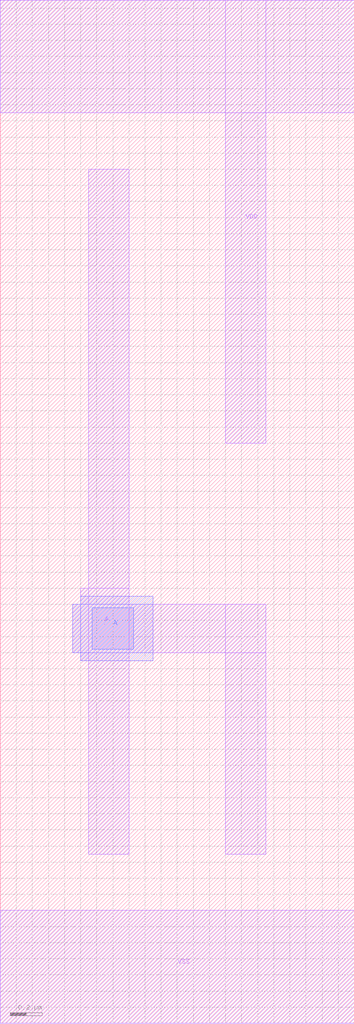
<source format=lef>
# Copyright 2022 Google LLC
# Licensed under the Apache License, Version 2.0 (the "License");
# you may not use this file except in compliance with the License.
# You may obtain a copy of the License at
#
#      http://www.apache.org/licenses/LICENSE-2.0
#
# Unless required by applicable law or agreed to in writing, software
# distributed under the License is distributed on an "AS IS" BASIS,
# WITHOUT WARRANTIES OR CONDITIONS OF ANY KIND, either express or implied.
# See the License for the specific language governing permissions and
# limitations under the License.
VERSION 5.7 ;
BUSBITCHARS "[]" ;
DIVIDERCHAR "/" ;

MACRO gf180mcu_osu_sc_gp9t3v3__ant
  CLASS CORE ;
  ORIGIN 0 0 ;
  FOREIGN gf180mcu_osu_sc_gp9t3v3__ant 0 0 ;
  SIZE 2.2 BY 6.35 ;
  SYMMETRY X Y ;
  SITE gf180mcu_osu_sc_gp9t3v3 ;
  PIN VDD
    DIRECTION INOUT ;
    USE POWER ;
    SHAPE ABUTMENT ;
    PORT
      LAYER Metal1 ;
        RECT 0 5.65 2.2 6.35 ;
        RECT 1.4 3.6 1.65 6.35 ;
    END
  END VDD
  PIN VSS
    DIRECTION INOUT ;
    USE GROUND ;
    SHAPE ABUTMENT ;
    PORT
      LAYER Metal1 ;
        RECT 0 0 2.2 0.7 ;
    END
  END VSS
  PIN A
    DIRECTION INPUT ;
    USE SIGNAL ;
    PORT
      LAYER Metal1 ;
        RECT 0.45 2.3 1.65 2.6 ;
        RECT 1.4 1.05 1.65 2.6 ;
        RECT 0.55 1.05 0.8 5.3 ;
        RECT 0.5 2.25 0.8 2.7 ;
      LAYER Metal2 ;
        RECT 0.5 2.25 0.95 2.65 ;
        RECT 0.45 2.3 0.95 2.6 ;
      LAYER Via1 ;
        RECT 0.57 2.32 0.83 2.58 ;
    END
  END A
END gf180mcu_osu_sc_gp9t3v3__ant

</source>
